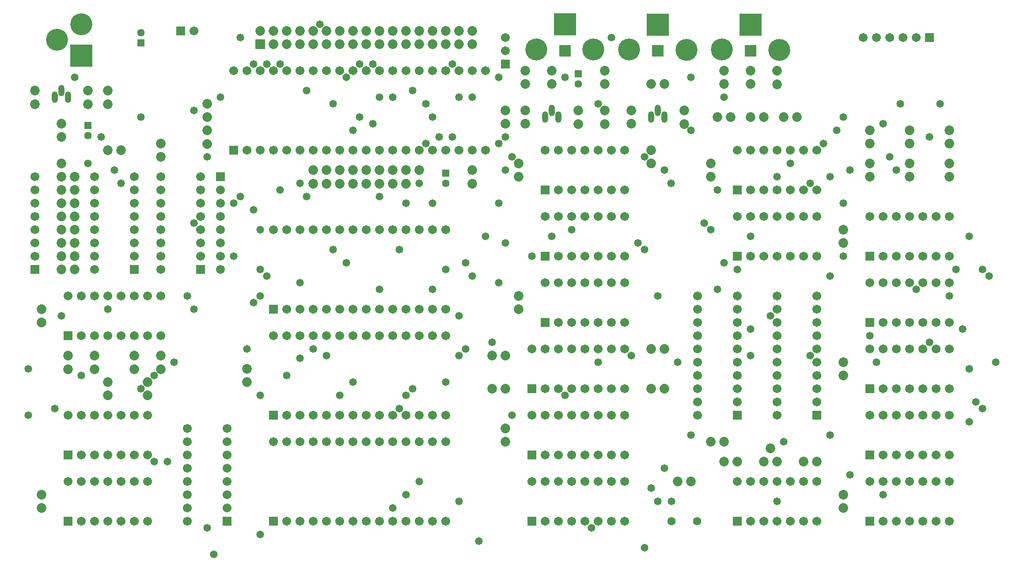
<source format=gbs>
G04 Layer_Color=16711935*
%FSLAX44Y44*%
%MOMM*%
G71*
G01*
G75*
%ADD36C,1.7032*%
%ADD37R,1.7032X1.7032*%
%ADD38C,1.8532*%
%ADD39R,1.7032X1.7032*%
%ADD40C,1.4532*%
%ADD41R,1.4532X1.4532*%
%ADD42C,1.7032*%
%ADD43R,1.7032X1.7032*%
%ADD44C,4.2032*%
%ADD45R,2.2032X2.2032*%
%ADD46R,4.2032X4.2032*%
%ADD47R,1.7032X1.7032*%
%ADD48C,1.6032*%
%ADD49R,1.8532X1.8532*%
%ADD50O,1.2032X2.2032*%
%ADD51O,1.2032X2.2032*%
%ADD52C,1.4732*%
D36*
X1968500Y1308100D02*
D03*
X1993900D02*
D03*
X2019300D02*
D03*
X1943100D02*
D03*
X1917700D02*
D03*
X685800Y863600D02*
D03*
Y889000D02*
D03*
Y914400D02*
D03*
Y939800D02*
D03*
Y1016000D02*
D03*
Y990600D02*
D03*
Y965200D02*
D03*
X330200Y1041400D02*
D03*
Y1016000D02*
D03*
Y990600D02*
D03*
Y965200D02*
D03*
Y889000D02*
D03*
Y914400D02*
D03*
Y939800D02*
D03*
X1231900Y1282700D02*
D03*
Y1308100D02*
D03*
X635000Y1320800D02*
D03*
D37*
X2044700Y1308100D02*
D03*
X609600Y1320800D02*
D03*
D38*
X381000Y1066800D02*
D03*
X1536700Y711200D02*
D03*
X1511046D02*
D03*
X1625600Y1041400D02*
D03*
Y1066800D02*
D03*
X1066800Y1054100D02*
D03*
X469900Y622300D02*
D03*
Y647700D02*
D03*
X546100Y622300D02*
D03*
Y647700D02*
D03*
X1625600Y533400D02*
D03*
X1651000D02*
D03*
X1536700Y1219200D02*
D03*
X1511300D02*
D03*
X1879600Y939800D02*
D03*
Y914400D02*
D03*
Y685800D02*
D03*
Y660400D02*
D03*
X469900Y1092200D02*
D03*
X495300D02*
D03*
X1879600Y431800D02*
D03*
Y406400D02*
D03*
X1257300Y1066800D02*
D03*
Y1041400D02*
D03*
X1587500Y457200D02*
D03*
X1562100D02*
D03*
X1257300Y812800D02*
D03*
Y787400D02*
D03*
X1828800Y495300D02*
D03*
X1803400D02*
D03*
X1231900Y558800D02*
D03*
Y533400D02*
D03*
X736600Y673100D02*
D03*
Y647700D02*
D03*
X660400Y1155700D02*
D03*
Y1181100D02*
D03*
X1536700Y635000D02*
D03*
X1511300D02*
D03*
X1790700Y1155700D02*
D03*
X1765300D02*
D03*
X1066800Y1295400D02*
D03*
Y1320800D02*
D03*
X1041400Y1295400D02*
D03*
Y1320800D02*
D03*
X1016000Y1295400D02*
D03*
Y1320800D02*
D03*
X990600Y1295400D02*
D03*
Y1320800D02*
D03*
X762000D02*
D03*
X889000Y1295400D02*
D03*
Y1320800D02*
D03*
X1168400Y1295400D02*
D03*
Y1320800D02*
D03*
X787400Y1295400D02*
D03*
Y1320800D02*
D03*
X812800Y1295400D02*
D03*
Y1320800D02*
D03*
X838200Y1295400D02*
D03*
Y1320800D02*
D03*
X863600Y1295400D02*
D03*
Y1320800D02*
D03*
X1143000Y1295400D02*
D03*
Y1320800D02*
D03*
X1117600Y1295400D02*
D03*
Y1320800D02*
D03*
X914400Y1295400D02*
D03*
Y1320800D02*
D03*
X1092200Y1295400D02*
D03*
Y1320800D02*
D03*
X965200Y1295400D02*
D03*
Y1320800D02*
D03*
X939800Y1295400D02*
D03*
Y1320800D02*
D03*
X1727200Y1155700D02*
D03*
X1701800D02*
D03*
X1663700D02*
D03*
X1638300D02*
D03*
X381000Y1117600D02*
D03*
Y1143000D02*
D03*
X1231900Y635000D02*
D03*
X1206500D02*
D03*
X1320800Y1219200D02*
D03*
Y1244600D02*
D03*
X1651000Y1219200D02*
D03*
Y1244854D02*
D03*
X1752600Y1244600D02*
D03*
Y1218946D02*
D03*
X1701800Y1219200D02*
D03*
Y1244854D02*
D03*
X1511300Y1066800D02*
D03*
Y1092454D02*
D03*
X660400Y1104646D02*
D03*
Y1130300D02*
D03*
X1574800Y1142746D02*
D03*
Y1168400D02*
D03*
X1473200Y1168654D02*
D03*
Y1143000D02*
D03*
X571500Y698500D02*
D03*
Y672846D02*
D03*
X520700Y698500D02*
D03*
Y672846D02*
D03*
X444500Y698500D02*
D03*
Y672846D02*
D03*
X393700Y698500D02*
D03*
Y672846D02*
D03*
X1168400Y1054100D02*
D03*
Y1028446D02*
D03*
X380746Y990600D02*
D03*
X406400D02*
D03*
X381000Y965200D02*
D03*
X406654D02*
D03*
X380746Y1016000D02*
D03*
X406400D02*
D03*
X380746Y939800D02*
D03*
X406400D02*
D03*
X380746Y914400D02*
D03*
X406400D02*
D03*
X1727200Y495300D02*
D03*
X1752854D02*
D03*
X1676654D02*
D03*
X1651000D02*
D03*
X381000Y1041400D02*
D03*
X406654D02*
D03*
X381000Y863600D02*
D03*
X406654D02*
D03*
X380746Y889000D02*
D03*
X406400D02*
D03*
X990600Y1028446D02*
D03*
Y1054100D02*
D03*
X571500Y1079500D02*
D03*
Y1105154D02*
D03*
X939800Y1028446D02*
D03*
Y1054100D02*
D03*
X914400Y1028446D02*
D03*
Y1054100D02*
D03*
X863600Y1028446D02*
D03*
Y1054100D02*
D03*
X889000Y1028446D02*
D03*
Y1054100D02*
D03*
X965200Y1028446D02*
D03*
Y1054100D02*
D03*
X1041400Y1028446D02*
D03*
Y1054100D02*
D03*
X1016000Y1028446D02*
D03*
Y1054100D02*
D03*
X2082800Y1041400D02*
D03*
Y1067054D02*
D03*
Y1104900D02*
D03*
Y1130554D02*
D03*
X2006600Y1041400D02*
D03*
Y1067054D02*
D03*
Y1104900D02*
D03*
Y1130554D02*
D03*
X1930400Y1041400D02*
D03*
Y1067054D02*
D03*
Y1104900D02*
D03*
Y1130554D02*
D03*
X469900Y1180846D02*
D03*
Y1206500D02*
D03*
X431800Y1180846D02*
D03*
Y1206500D02*
D03*
X1270000Y1244854D02*
D03*
Y1219200D02*
D03*
X1231900Y698500D02*
D03*
X1206246D02*
D03*
X330200Y1180846D02*
D03*
Y1206500D02*
D03*
X1422400Y1219200D02*
D03*
Y1244854D02*
D03*
Y1142746D02*
D03*
Y1168400D02*
D03*
X1231900Y1143000D02*
D03*
Y1168654D02*
D03*
X1270000Y1143000D02*
D03*
Y1168654D02*
D03*
X1371600Y1142746D02*
D03*
Y1168400D02*
D03*
X342900Y787400D02*
D03*
Y762000D02*
D03*
Y431800D02*
D03*
Y406400D02*
D03*
X1739900Y520700D02*
D03*
D39*
X685800Y1041400D02*
D03*
X330200Y863600D02*
D03*
X1231900Y1257300D02*
D03*
D40*
X533400Y1318100D02*
D03*
X1117600Y1028860D02*
D03*
X431800Y1120300D02*
D03*
X1371600Y1219360D02*
D03*
D41*
X533400Y1298100D02*
D03*
X1117600Y1048860D02*
D03*
X431800Y1140300D02*
D03*
X1371600Y1239360D02*
D03*
D42*
X1117600Y939800D02*
D03*
X1092200D02*
D03*
X1066800D02*
D03*
X1041400D02*
D03*
X1016000D02*
D03*
X990600D02*
D03*
X965200D02*
D03*
X939800D02*
D03*
X914400D02*
D03*
X889000D02*
D03*
X863600D02*
D03*
X838200D02*
D03*
X812800D02*
D03*
X787400D02*
D03*
X1117600Y787400D02*
D03*
X1092200D02*
D03*
X1066800D02*
D03*
X1041400D02*
D03*
X1016000D02*
D03*
X990600D02*
D03*
X965200D02*
D03*
X939800D02*
D03*
X914400D02*
D03*
X889000D02*
D03*
X863600D02*
D03*
X838200D02*
D03*
X812800D02*
D03*
X546100Y584200D02*
D03*
X520700D02*
D03*
X495300D02*
D03*
X469900D02*
D03*
X444500D02*
D03*
X419100D02*
D03*
X393700D02*
D03*
X546100Y508000D02*
D03*
X520700D02*
D03*
X495300D02*
D03*
X469900D02*
D03*
X444500D02*
D03*
X419100D02*
D03*
X1676400Y609600D02*
D03*
Y635000D02*
D03*
Y660400D02*
D03*
Y685800D02*
D03*
Y711200D02*
D03*
Y736600D02*
D03*
Y762000D02*
D03*
Y787400D02*
D03*
Y812800D02*
D03*
X1600200Y584200D02*
D03*
Y609600D02*
D03*
Y635000D02*
D03*
Y660400D02*
D03*
Y685800D02*
D03*
Y711200D02*
D03*
Y736600D02*
D03*
Y762000D02*
D03*
Y787400D02*
D03*
Y812800D02*
D03*
X546100Y457200D02*
D03*
X520700D02*
D03*
X495300D02*
D03*
X469900D02*
D03*
X444500D02*
D03*
X419100D02*
D03*
X393700D02*
D03*
X546100Y381000D02*
D03*
X520700D02*
D03*
X495300D02*
D03*
X469900D02*
D03*
X444500D02*
D03*
X419100D02*
D03*
X1460500Y838200D02*
D03*
X1435100D02*
D03*
X1409700D02*
D03*
X1384300D02*
D03*
X1358900D02*
D03*
X1333500D02*
D03*
X1308100D02*
D03*
X1460500Y762000D02*
D03*
X1435100D02*
D03*
X1409700D02*
D03*
X1384300D02*
D03*
X1358900D02*
D03*
X1333500D02*
D03*
X571500Y812800D02*
D03*
X546100D02*
D03*
X520700D02*
D03*
X495300D02*
D03*
X469900D02*
D03*
X444500D02*
D03*
X419100D02*
D03*
X393700D02*
D03*
X571500Y736600D02*
D03*
X546100D02*
D03*
X520700D02*
D03*
X495300D02*
D03*
X469900D02*
D03*
X444500D02*
D03*
X419100D02*
D03*
X444500Y1041400D02*
D03*
Y1016000D02*
D03*
Y990600D02*
D03*
Y965200D02*
D03*
Y939800D02*
D03*
Y914400D02*
D03*
Y889000D02*
D03*
Y863600D02*
D03*
X520700Y1041400D02*
D03*
Y1016000D02*
D03*
Y990600D02*
D03*
Y965200D02*
D03*
Y939800D02*
D03*
Y914400D02*
D03*
Y889000D02*
D03*
X1828800Y457200D02*
D03*
X1803400D02*
D03*
X1778000D02*
D03*
X1752600D02*
D03*
X1727200D02*
D03*
X1701800D02*
D03*
X1676400D02*
D03*
X1828800Y381000D02*
D03*
X1803400D02*
D03*
X1778000D02*
D03*
X1752600D02*
D03*
X1727200D02*
D03*
X1701800D02*
D03*
X1193800Y1244600D02*
D03*
X1168400D02*
D03*
X1143000D02*
D03*
X1117600D02*
D03*
X1092200D02*
D03*
X1066800D02*
D03*
X1041400D02*
D03*
X1016000D02*
D03*
X990600D02*
D03*
X965200D02*
D03*
X939800D02*
D03*
X914400D02*
D03*
X889000D02*
D03*
X863600D02*
D03*
X838200D02*
D03*
X812800D02*
D03*
X787400D02*
D03*
X762000D02*
D03*
X736600D02*
D03*
X711200D02*
D03*
X1193800Y1092200D02*
D03*
X1168400D02*
D03*
X1143000D02*
D03*
X1117600D02*
D03*
X1092200D02*
D03*
X1066800D02*
D03*
X1041400D02*
D03*
X1016000D02*
D03*
X990600D02*
D03*
X965200D02*
D03*
X939800D02*
D03*
X914400D02*
D03*
X889000D02*
D03*
X863600D02*
D03*
X838200D02*
D03*
X812800D02*
D03*
X787400D02*
D03*
X762000D02*
D03*
X736600D02*
D03*
X571500Y1041400D02*
D03*
Y1016000D02*
D03*
Y990600D02*
D03*
Y965200D02*
D03*
Y939800D02*
D03*
Y914400D02*
D03*
Y889000D02*
D03*
Y863600D02*
D03*
X647700Y1041400D02*
D03*
Y1016000D02*
D03*
Y990600D02*
D03*
Y965200D02*
D03*
Y939800D02*
D03*
Y914400D02*
D03*
Y889000D02*
D03*
X2082800Y584200D02*
D03*
X2057400D02*
D03*
X2032000D02*
D03*
X2006600D02*
D03*
X1981200D02*
D03*
X1955800D02*
D03*
X1930400D02*
D03*
X2082800Y508000D02*
D03*
X2057400D02*
D03*
X2032000D02*
D03*
X2006600D02*
D03*
X1981200D02*
D03*
X1955800D02*
D03*
X2082800Y457200D02*
D03*
X2057400D02*
D03*
X2032000D02*
D03*
X2006600D02*
D03*
X1981200D02*
D03*
X1955800D02*
D03*
X1930400D02*
D03*
X2082800Y381000D02*
D03*
X2057400D02*
D03*
X2032000D02*
D03*
X2006600D02*
D03*
X1981200D02*
D03*
X1955800D02*
D03*
X2082800Y965200D02*
D03*
X2057400D02*
D03*
X2032000D02*
D03*
X2006600D02*
D03*
X1981200D02*
D03*
X1955800D02*
D03*
X1930400D02*
D03*
X2082800Y889000D02*
D03*
X2057400D02*
D03*
X2032000D02*
D03*
X2006600D02*
D03*
X1981200D02*
D03*
X1955800D02*
D03*
X1828800Y609600D02*
D03*
Y635000D02*
D03*
Y660400D02*
D03*
Y685800D02*
D03*
Y711200D02*
D03*
Y736600D02*
D03*
Y762000D02*
D03*
Y787400D02*
D03*
Y812800D02*
D03*
X1752600Y584200D02*
D03*
Y609600D02*
D03*
Y635000D02*
D03*
Y660400D02*
D03*
Y685800D02*
D03*
Y711200D02*
D03*
Y736600D02*
D03*
Y762000D02*
D03*
Y787400D02*
D03*
Y812800D02*
D03*
X2082800Y838200D02*
D03*
X2057400D02*
D03*
X2032000D02*
D03*
X2006600D02*
D03*
X1981200D02*
D03*
X1955800D02*
D03*
X1930400D02*
D03*
X2082800Y762000D02*
D03*
X2057400D02*
D03*
X2032000D02*
D03*
X2006600D02*
D03*
X1981200D02*
D03*
X1955800D02*
D03*
X2082800Y711200D02*
D03*
X2057400D02*
D03*
X2032000D02*
D03*
X2006600D02*
D03*
X1981200D02*
D03*
X1955800D02*
D03*
X1930400D02*
D03*
X2082800Y635000D02*
D03*
X2057400D02*
D03*
X2032000D02*
D03*
X2006600D02*
D03*
X1981200D02*
D03*
X1955800D02*
D03*
X1828800Y965200D02*
D03*
X1803400D02*
D03*
X1778000D02*
D03*
X1752600D02*
D03*
X1727200D02*
D03*
X1701800D02*
D03*
X1676400D02*
D03*
X1828800Y889000D02*
D03*
X1803400D02*
D03*
X1778000D02*
D03*
X1752600D02*
D03*
X1727200D02*
D03*
X1701800D02*
D03*
X1460500Y584200D02*
D03*
X1435100D02*
D03*
X1409700D02*
D03*
X1384300D02*
D03*
X1358900D02*
D03*
X1333500D02*
D03*
X1308100D02*
D03*
X1282700D02*
D03*
X1460500Y508000D02*
D03*
X1435100D02*
D03*
X1409700D02*
D03*
X1384300D02*
D03*
X1358900D02*
D03*
X1333500D02*
D03*
X1308100D02*
D03*
X1828800Y1092200D02*
D03*
X1803400D02*
D03*
X1778000D02*
D03*
X1752600D02*
D03*
X1727200D02*
D03*
X1701800D02*
D03*
X1676400D02*
D03*
X1828800Y1016000D02*
D03*
X1803400D02*
D03*
X1778000D02*
D03*
X1752600D02*
D03*
X1727200D02*
D03*
X1701800D02*
D03*
X1460500Y965200D02*
D03*
X1435100D02*
D03*
X1409700D02*
D03*
X1384300D02*
D03*
X1358900D02*
D03*
X1333500D02*
D03*
X1308100D02*
D03*
X1460500Y889000D02*
D03*
X1435100D02*
D03*
X1409700D02*
D03*
X1384300D02*
D03*
X1358900D02*
D03*
X1333500D02*
D03*
X1460500Y1092200D02*
D03*
X1435100D02*
D03*
X1409700D02*
D03*
X1384300D02*
D03*
X1358900D02*
D03*
X1333500D02*
D03*
X1308100D02*
D03*
X1460500Y1016000D02*
D03*
X1435100D02*
D03*
X1409700D02*
D03*
X1384300D02*
D03*
X1358900D02*
D03*
X1333500D02*
D03*
X1460500Y711200D02*
D03*
X1435100D02*
D03*
X1409700D02*
D03*
X1384300D02*
D03*
X1358900D02*
D03*
X1333500D02*
D03*
X1308100D02*
D03*
X1282700D02*
D03*
X1460500Y635000D02*
D03*
X1435100D02*
D03*
X1409700D02*
D03*
X1384300D02*
D03*
X1358900D02*
D03*
X1333500D02*
D03*
X1308100D02*
D03*
X1460500Y457200D02*
D03*
X1435100D02*
D03*
X1409700D02*
D03*
X1384300D02*
D03*
X1358900D02*
D03*
X1333500D02*
D03*
X1308100D02*
D03*
X1282700D02*
D03*
X1460500Y381000D02*
D03*
X1435100D02*
D03*
X1409700D02*
D03*
X1384300D02*
D03*
X1358900D02*
D03*
X1333500D02*
D03*
X1308100D02*
D03*
X622300Y558800D02*
D03*
Y533400D02*
D03*
Y508000D02*
D03*
Y482600D02*
D03*
Y457200D02*
D03*
Y431800D02*
D03*
Y406400D02*
D03*
Y381000D02*
D03*
X698500Y558800D02*
D03*
Y533400D02*
D03*
Y508000D02*
D03*
Y482600D02*
D03*
Y457200D02*
D03*
Y431800D02*
D03*
Y406400D02*
D03*
X812800Y584200D02*
D03*
X838200D02*
D03*
X863600D02*
D03*
X889000D02*
D03*
X914400D02*
D03*
X939800D02*
D03*
X965200D02*
D03*
X990600D02*
D03*
X1016000D02*
D03*
X1041400D02*
D03*
X1066800D02*
D03*
X1092200D02*
D03*
X1117600D02*
D03*
X787400Y736600D02*
D03*
X812800D02*
D03*
X838200D02*
D03*
X863600D02*
D03*
X889000D02*
D03*
X914400D02*
D03*
X939800D02*
D03*
X965200D02*
D03*
X990600D02*
D03*
X1016000D02*
D03*
X1041400D02*
D03*
X1066800D02*
D03*
X1092200D02*
D03*
X1117600D02*
D03*
X812800Y381000D02*
D03*
X838200D02*
D03*
X863600D02*
D03*
X889000D02*
D03*
X914400D02*
D03*
X939800D02*
D03*
X965200D02*
D03*
X990600D02*
D03*
X1016000D02*
D03*
X1041400D02*
D03*
X1066800D02*
D03*
X1092200D02*
D03*
X1117600D02*
D03*
X787400Y533400D02*
D03*
X812800D02*
D03*
X838200D02*
D03*
X863600D02*
D03*
X889000D02*
D03*
X914400D02*
D03*
X939800D02*
D03*
X965200D02*
D03*
X990600D02*
D03*
X1016000D02*
D03*
X1041400D02*
D03*
X1066800D02*
D03*
X1092200D02*
D03*
X1117600D02*
D03*
D43*
X787400Y787400D02*
D03*
X393700Y508000D02*
D03*
Y381000D02*
D03*
X1308100Y762000D02*
D03*
X393700Y736600D02*
D03*
X1676400Y381000D02*
D03*
X711200Y1092200D02*
D03*
X1930400Y508000D02*
D03*
Y381000D02*
D03*
Y889000D02*
D03*
Y762000D02*
D03*
Y635000D02*
D03*
X1676400Y889000D02*
D03*
X1282700Y508000D02*
D03*
X1676400Y1016000D02*
D03*
X1308100Y889000D02*
D03*
Y1016000D02*
D03*
X1282700Y635000D02*
D03*
Y381000D02*
D03*
X787400Y584200D02*
D03*
Y381000D02*
D03*
D44*
X1647190Y1285240D02*
D03*
X1756664Y1284986D02*
D03*
X1469390Y1285240D02*
D03*
X1578864Y1284986D02*
D03*
X419100Y1333500D02*
D03*
X372364Y1304036D02*
D03*
X1291336Y1285494D02*
D03*
X1400810Y1285240D02*
D03*
D45*
X1701800Y1282700D02*
D03*
X1524000D02*
D03*
X1345946Y1282954D02*
D03*
D46*
X1702054Y1333246D02*
D03*
X1524254D02*
D03*
X418846Y1273810D02*
D03*
X1346200Y1333500D02*
D03*
D47*
X1676400Y584200D02*
D03*
X520700Y863600D02*
D03*
X647700D02*
D03*
X1828800Y584200D02*
D03*
X698500Y381000D02*
D03*
D48*
X1599200D02*
D03*
X1550400D02*
D03*
D49*
X762000Y1295400D02*
D03*
D50*
X1536700Y1155700D02*
D03*
X1511300D02*
D03*
X1333500D02*
D03*
X1308100D02*
D03*
X393700Y1193800D02*
D03*
X368300D02*
D03*
D51*
X1524000Y1168400D02*
D03*
X1320800D02*
D03*
X381000Y1206500D02*
D03*
D52*
X533400Y1155700D02*
D03*
X685800Y1193800D02*
D03*
X1955800Y1143000D02*
D03*
X1524000Y812800D02*
D03*
X1778000Y1066800D02*
D03*
X1739900Y774700D02*
D03*
X1701800Y927100D02*
D03*
X1854200Y546100D02*
D03*
Y1041400D02*
D03*
X1841500Y1104900D02*
D03*
X2146300Y863600D02*
D03*
X2159000Y850900D02*
D03*
X2082800Y812800D02*
D03*
X2019300Y825500D02*
D03*
X2044700Y723900D02*
D03*
X1765300Y533400D02*
D03*
X1854200Y850900D02*
D03*
X1892300Y469900D02*
D03*
X2133600Y609600D02*
D03*
X2146300Y596900D02*
D03*
X1930400Y736600D02*
D03*
X1816100Y698500D02*
D03*
X2108200Y749300D02*
D03*
X850900Y1003300D02*
D03*
X1244600Y1079500D02*
D03*
X1231900Y1054100D02*
D03*
Y914400D02*
D03*
X990600Y1003300D02*
D03*
X800100Y1016000D02*
D03*
X1231900Y1117600D02*
D03*
X774700Y850900D02*
D03*
X762000Y812800D02*
D03*
X977900Y1143000D02*
D03*
X952500Y1155700D02*
D03*
X1054100Y1206500D02*
D03*
X1168400Y850900D02*
D03*
X1155700Y876300D02*
D03*
X431800Y1066800D02*
D03*
X495300Y1028700D02*
D03*
X596900Y685800D02*
D03*
X1397000Y368300D02*
D03*
X939800Y1130300D02*
D03*
X901700Y1181100D02*
D03*
X1079500D02*
D03*
X990600Y1193800D02*
D03*
X1143000Y419100D02*
D03*
Y774700D02*
D03*
X1282700Y889000D02*
D03*
X1320800Y927100D02*
D03*
X1498600Y901700D02*
D03*
X1485900Y914400D02*
D03*
X1612900Y952500D02*
D03*
X1358900Y939800D02*
D03*
X1676400Y863600D02*
D03*
X1638300Y825500D02*
D03*
X1219200Y1231900D02*
D03*
Y1104900D02*
D03*
X1206500Y723900D02*
D03*
X1092200Y1155700D02*
D03*
X876300Y1333500D02*
D03*
X1117600Y647700D02*
D03*
X939800D02*
D03*
X1587500Y1130300D02*
D03*
X1866900D02*
D03*
X1587500Y1231900D02*
D03*
X1155700Y711200D02*
D03*
X1028700Y901700D02*
D03*
X1193800Y927100D02*
D03*
X1651000Y876300D02*
D03*
X660400Y368300D02*
D03*
X1181100Y342900D02*
D03*
X2120900Y571500D02*
D03*
X838200Y693420D02*
D03*
X1943100Y685800D02*
D03*
X1550400Y419100D02*
D03*
X1549400Y1028700D02*
D03*
X1816100D02*
D03*
X1752600Y1041400D02*
D03*
X711200Y889000D02*
D03*
X1092200Y990600D02*
D03*
X736600Y711200D02*
D03*
X749300Y977900D02*
D03*
X723900Y1003300D02*
D03*
X1346200Y622300D02*
D03*
X1041400Y990600D02*
D03*
X1536700Y1054100D02*
D03*
X1346200Y1231900D02*
D03*
X406400D02*
D03*
X850900Y1206500D02*
D03*
X800100Y1257300D02*
D03*
X774700D02*
D03*
X952500D02*
D03*
X977900D02*
D03*
X927100Y876300D02*
D03*
X901700Y901700D02*
D03*
X762000Y939800D02*
D03*
X482600Y1054100D02*
D03*
X812800Y660400D02*
D03*
X863600Y711200D02*
D03*
X1701800Y698500D02*
D03*
X1092200Y825500D02*
D03*
X1028700Y596900D02*
D03*
X914400Y622300D02*
D03*
X1752600Y419100D02*
D03*
X1587500Y546100D02*
D03*
X381000Y774700D02*
D03*
X469900Y787400D02*
D03*
X889000Y698500D02*
D03*
X990600Y825500D02*
D03*
X1054100Y635000D02*
D03*
X1041400Y622300D02*
D03*
X368300Y596900D02*
D03*
X1066800Y457200D02*
D03*
X1041400Y431800D02*
D03*
X317500Y673100D02*
D03*
Y584200D02*
D03*
X584200Y495300D02*
D03*
X838200Y838200D02*
D03*
X1016000Y406400D02*
D03*
X723900Y1308100D02*
D03*
X927100Y1231900D02*
D03*
X749300Y1257300D02*
D03*
X1988820Y1181100D02*
D03*
X673100Y317500D02*
D03*
X1409700Y685927D02*
D03*
X1473200Y698500D02*
D03*
X1117600Y863600D02*
D03*
X1701800Y749300D02*
D03*
X1219200Y838200D02*
D03*
Y990600D02*
D03*
X1435100Y1308100D02*
D03*
X1409700Y1181100D02*
D03*
X558800Y495300D02*
D03*
X419100Y660400D02*
D03*
X558800D02*
D03*
X1511300Y444500D02*
D03*
X1524000Y419100D02*
D03*
X1536700Y482600D02*
D03*
X1562100Y685800D02*
D03*
X533400Y635000D02*
D03*
X762000Y622300D02*
D03*
Y355600D02*
D03*
X1498600Y330200D02*
D03*
X2065020Y1181100D02*
D03*
X1879600Y1155700D02*
D03*
X2120900Y673100D02*
D03*
X1625600Y939800D02*
D03*
X1638300Y1016000D02*
D03*
X1879600Y990600D02*
D03*
X2095500Y863600D02*
D03*
X2171700Y685800D02*
D03*
X1879600Y889000D02*
D03*
X1968500Y1079500D02*
D03*
X1892300Y1054100D02*
D03*
X1143000Y698500D02*
D03*
X1498600Y1079500D02*
D03*
X1651000Y1193800D02*
D03*
X1130300Y1257300D02*
D03*
X1981200Y1054100D02*
D03*
X2044700Y1117600D02*
D03*
X1244600Y584200D02*
D03*
X457200Y1117600D02*
D03*
X1955800Y431800D02*
D03*
X2120900Y927100D02*
D03*
X1130300Y1117600D02*
D03*
X838200Y1028700D02*
D03*
X1066800D02*
D03*
X1079500Y1104900D02*
D03*
X1104900Y1117600D02*
D03*
X622300Y812800D02*
D03*
X635000Y787400D02*
D03*
X660400Y1079500D02*
D03*
X762000Y863600D02*
D03*
X749300Y800100D02*
D03*
X1016000Y1193800D02*
D03*
X1143000D02*
D03*
X711200Y990600D02*
D03*
X635000Y952500D02*
D03*
Y1168400D02*
D03*
X1168400Y1193800D02*
D03*
M02*

</source>
